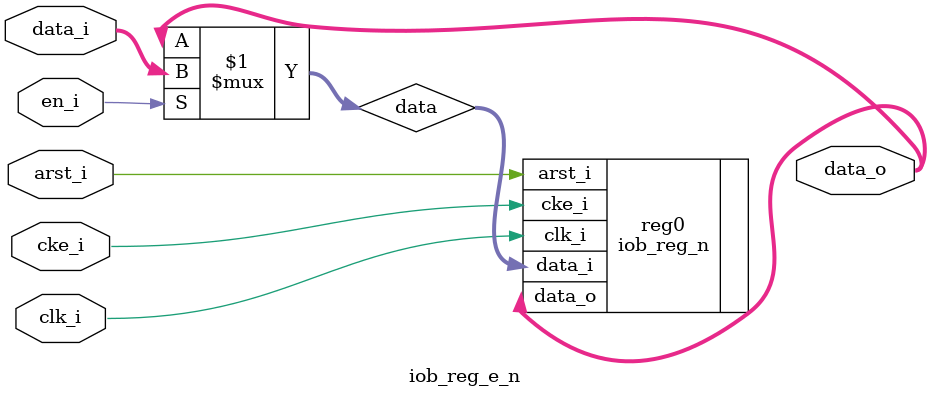
<source format=v>
`timescale 1ns / 1ps

module iob_reg_e_n
  #(
    parameter DATA_W = 21,
    parameter RST_VAL = {DATA_W{1'b0}}
  )
  (
    input               clk_i,
    input               arst_i,
    input               cke_i,

    input               en_i,

    input [DATA_W-1:0]  data_i,
    output [DATA_W-1:0] data_o
  );

  wire [DATA_W-1:0]    data;
  assign data = en_i? data_i: data_o;

  iob_reg_n #(DATA_W, RST_VAL) reg0
  (
    .clk_i(clk_i),
    .arst_i(arst_i),
    .cke_i(cke_i),

    .data_i(data),
    .data_o(data_o)
  );

endmodule

</source>
